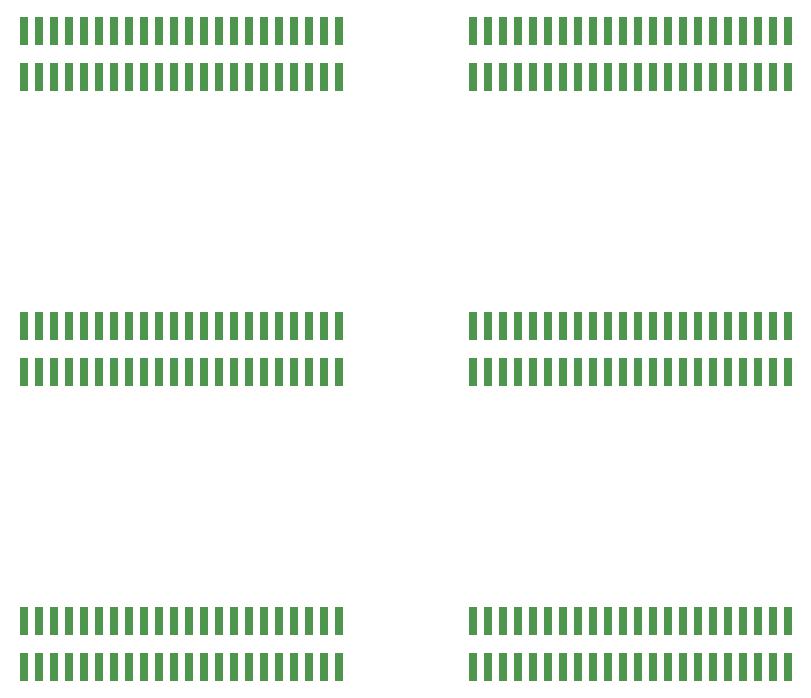
<source format=gbp>
G04 #@! TF.GenerationSoftware,KiCad,Pcbnew,6.0.7-f9a2dced07~116~ubuntu22.04.1*
G04 #@! TF.CreationDate,2022-09-22T09:51:42+10:00*
G04 #@! TF.ProjectId,panel,70616e65-6c2e-46b6-9963-61645f706362,rev?*
G04 #@! TF.SameCoordinates,Original*
G04 #@! TF.FileFunction,Paste,Bot*
G04 #@! TF.FilePolarity,Positive*
%FSLAX46Y46*%
G04 Gerber Fmt 4.6, Leading zero omitted, Abs format (unit mm)*
G04 Created by KiCad (PCBNEW 6.0.7-f9a2dced07~116~ubuntu22.04.1) date 2022-09-22 09:51:42*
%MOMM*%
%LPD*%
G01*
G04 APERTURE LIST*
%ADD10R,0.740000X2.400000*%
G04 APERTURE END LIST*
D10*
X56135000Y-32400000D03*
X56135000Y-28500000D03*
X54865000Y-32400000D03*
X54865000Y-28500000D03*
X53595000Y-32400000D03*
X53595000Y-28500000D03*
X52325000Y-32400000D03*
X52325000Y-28500000D03*
X51055000Y-32400000D03*
X51055000Y-28500000D03*
X49785000Y-32400000D03*
X49785000Y-28500000D03*
X48515000Y-32400000D03*
X48515000Y-28500000D03*
X47245000Y-32400000D03*
X47245000Y-28500000D03*
X45975000Y-32400000D03*
X45975000Y-28500000D03*
X44705000Y-32400000D03*
X44705000Y-28500000D03*
X43435000Y-32400000D03*
X43435000Y-28500000D03*
X42165000Y-32400000D03*
X42165000Y-28500000D03*
X40895000Y-32400000D03*
X40895000Y-28500000D03*
X39625000Y-32400000D03*
X39625000Y-28500000D03*
X38355000Y-32400000D03*
X38355000Y-28500000D03*
X37085000Y-32400000D03*
X37085000Y-28500000D03*
X35815000Y-32400000D03*
X35815000Y-28500000D03*
X34545000Y-32400000D03*
X34545000Y-28500000D03*
X33275000Y-32400000D03*
X33275000Y-28500000D03*
X32005000Y-32400000D03*
X32005000Y-28500000D03*
X30735000Y-32400000D03*
X30735000Y-28500000D03*
X29465000Y-32400000D03*
X29465000Y-28500000D03*
X94135000Y-82400000D03*
X94135000Y-78500000D03*
X92865000Y-82400000D03*
X92865000Y-78500000D03*
X91595000Y-82400000D03*
X91595000Y-78500000D03*
X90325000Y-82400000D03*
X90325000Y-78500000D03*
X89055000Y-82400000D03*
X89055000Y-78500000D03*
X87785000Y-82400000D03*
X87785000Y-78500000D03*
X86515000Y-82400000D03*
X86515000Y-78500000D03*
X85245000Y-82400000D03*
X85245000Y-78500000D03*
X83975000Y-82400000D03*
X83975000Y-78500000D03*
X82705000Y-82400000D03*
X82705000Y-78500000D03*
X81435000Y-82400000D03*
X81435000Y-78500000D03*
X80165000Y-82400000D03*
X80165000Y-78500000D03*
X78895000Y-82400000D03*
X78895000Y-78500000D03*
X77625000Y-82400000D03*
X77625000Y-78500000D03*
X76355000Y-82400000D03*
X76355000Y-78500000D03*
X75085000Y-82400000D03*
X75085000Y-78500000D03*
X73815000Y-82400000D03*
X73815000Y-78500000D03*
X72545000Y-82400000D03*
X72545000Y-78500000D03*
X71275000Y-82400000D03*
X71275000Y-78500000D03*
X70005000Y-82400000D03*
X70005000Y-78500000D03*
X68735000Y-82400000D03*
X68735000Y-78500000D03*
X67465000Y-82400000D03*
X67465000Y-78500000D03*
X56135000Y-82400000D03*
X56135000Y-78500000D03*
X54865000Y-82400000D03*
X54865000Y-78500000D03*
X53595000Y-82400000D03*
X53595000Y-78500000D03*
X52325000Y-82400000D03*
X52325000Y-78500000D03*
X51055000Y-82400000D03*
X51055000Y-78500000D03*
X49785000Y-82400000D03*
X49785000Y-78500000D03*
X48515000Y-82400000D03*
X48515000Y-78500000D03*
X47245000Y-82400000D03*
X47245000Y-78500000D03*
X45975000Y-82400000D03*
X45975000Y-78500000D03*
X44705000Y-82400000D03*
X44705000Y-78500000D03*
X43435000Y-82400000D03*
X43435000Y-78500000D03*
X42165000Y-82400000D03*
X42165000Y-78500000D03*
X40895000Y-82400000D03*
X40895000Y-78500000D03*
X39625000Y-82400000D03*
X39625000Y-78500000D03*
X38355000Y-82400000D03*
X38355000Y-78500000D03*
X37085000Y-82400000D03*
X37085000Y-78500000D03*
X35815000Y-82400000D03*
X35815000Y-78500000D03*
X34545000Y-82400000D03*
X34545000Y-78500000D03*
X33275000Y-82400000D03*
X33275000Y-78500000D03*
X32005000Y-82400000D03*
X32005000Y-78500000D03*
X30735000Y-82400000D03*
X30735000Y-78500000D03*
X29465000Y-82400000D03*
X29465000Y-78500000D03*
X94135000Y-32400000D03*
X94135000Y-28500000D03*
X92865000Y-32400000D03*
X92865000Y-28500000D03*
X91595000Y-32400000D03*
X91595000Y-28500000D03*
X90325000Y-32400000D03*
X90325000Y-28500000D03*
X89055000Y-32400000D03*
X89055000Y-28500000D03*
X87785000Y-32400000D03*
X87785000Y-28500000D03*
X86515000Y-32400000D03*
X86515000Y-28500000D03*
X85245000Y-32400000D03*
X85245000Y-28500000D03*
X83975000Y-32400000D03*
X83975000Y-28500000D03*
X82705000Y-32400000D03*
X82705000Y-28500000D03*
X81435000Y-32400000D03*
X81435000Y-28500000D03*
X80165000Y-32400000D03*
X80165000Y-28500000D03*
X78895000Y-32400000D03*
X78895000Y-28500000D03*
X77625000Y-32400000D03*
X77625000Y-28500000D03*
X76355000Y-32400000D03*
X76355000Y-28500000D03*
X75085000Y-32400000D03*
X75085000Y-28500000D03*
X73815000Y-32400000D03*
X73815000Y-28500000D03*
X72545000Y-32400000D03*
X72545000Y-28500000D03*
X71275000Y-32400000D03*
X71275000Y-28500000D03*
X70005000Y-32400000D03*
X70005000Y-28500000D03*
X68735000Y-32400000D03*
X68735000Y-28500000D03*
X67465000Y-32400000D03*
X67465000Y-28500000D03*
X56135000Y-57400000D03*
X56135000Y-53500000D03*
X54865000Y-57400000D03*
X54865000Y-53500000D03*
X53595000Y-57400000D03*
X53595000Y-53500000D03*
X52325000Y-57400000D03*
X52325000Y-53500000D03*
X51055000Y-57400000D03*
X51055000Y-53500000D03*
X49785000Y-57400000D03*
X49785000Y-53500000D03*
X48515000Y-57400000D03*
X48515000Y-53500000D03*
X47245000Y-57400000D03*
X47245000Y-53500000D03*
X45975000Y-57400000D03*
X45975000Y-53500000D03*
X44705000Y-57400000D03*
X44705000Y-53500000D03*
X43435000Y-57400000D03*
X43435000Y-53500000D03*
X42165000Y-57400000D03*
X42165000Y-53500000D03*
X40895000Y-57400000D03*
X40895000Y-53500000D03*
X39625000Y-57400000D03*
X39625000Y-53500000D03*
X38355000Y-57400000D03*
X38355000Y-53500000D03*
X37085000Y-57400000D03*
X37085000Y-53500000D03*
X35815000Y-57400000D03*
X35815000Y-53500000D03*
X34545000Y-57400000D03*
X34545000Y-53500000D03*
X33275000Y-57400000D03*
X33275000Y-53500000D03*
X32005000Y-57400000D03*
X32005000Y-53500000D03*
X30735000Y-57400000D03*
X30735000Y-53500000D03*
X29465000Y-57400000D03*
X29465000Y-53500000D03*
X94135000Y-57400000D03*
X94135000Y-53500000D03*
X92865000Y-57400000D03*
X92865000Y-53500000D03*
X91595000Y-57400000D03*
X91595000Y-53500000D03*
X90325000Y-57400000D03*
X90325000Y-53500000D03*
X89055000Y-57400000D03*
X89055000Y-53500000D03*
X87785000Y-57400000D03*
X87785000Y-53500000D03*
X86515000Y-57400000D03*
X86515000Y-53500000D03*
X85245000Y-57400000D03*
X85245000Y-53500000D03*
X83975000Y-57400000D03*
X83975000Y-53500000D03*
X82705000Y-57400000D03*
X82705000Y-53500000D03*
X81435000Y-57400000D03*
X81435000Y-53500000D03*
X80165000Y-57400000D03*
X80165000Y-53500000D03*
X78895000Y-57400000D03*
X78895000Y-53500000D03*
X77625000Y-57400000D03*
X77625000Y-53500000D03*
X76355000Y-57400000D03*
X76355000Y-53500000D03*
X75085000Y-57400000D03*
X75085000Y-53500000D03*
X73815000Y-57400000D03*
X73815000Y-53500000D03*
X72545000Y-57400000D03*
X72545000Y-53500000D03*
X71275000Y-57400000D03*
X71275000Y-53500000D03*
X70005000Y-57400000D03*
X70005000Y-53500000D03*
X68735000Y-57400000D03*
X68735000Y-53500000D03*
X67465000Y-57400000D03*
X67465000Y-53500000D03*
M02*

</source>
